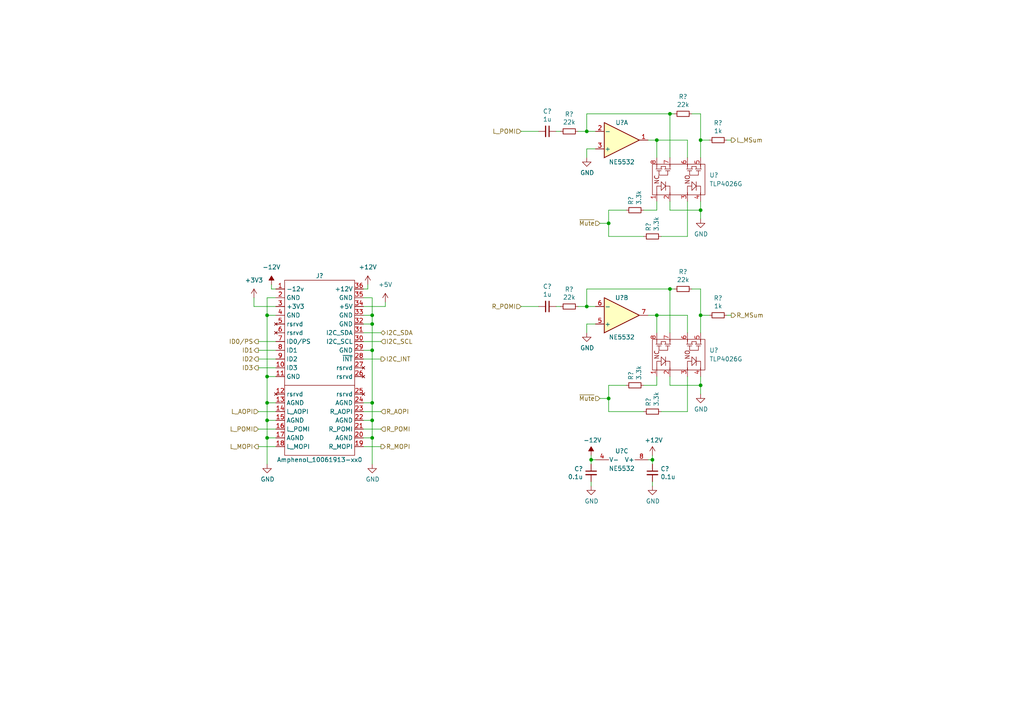
<source format=kicad_sch>
(kicad_sch (version 20230121) (generator eeschema)
  (paper "A4")
  (lib_symbols
    (symbol "Device:C_Small" (pin_numbers hide) (pin_names (offset 0.254) hide)
      (property "Reference" "C" (at 0.254 1.778 0))
      (property "Value" "C_Small" (at 0.254 -2.032 0))
      (symbol "C_Small_0_1"
        (polyline (pts (xy -1.524 -0.508) (xy 1.524 -0.508)) (stroke (width 0.3302)))
        (polyline (pts (xy -1.524 0.508) (xy 1.524 0.508)) (stroke (width 0.3048)))
      )
      (symbol "C_Small_1_1"
        (pin passive line (at 0 2.54 270) (length 2.032) (name "~") (number "1"))
        (pin passive line (at 0 -2.54 90) (length 2.032) (name "~") (number "2"))
      )
    )
    (symbol "Device:R_Small" (pin_numbers hide) (pin_names (offset 0.254) hide)
      (property "Reference" "R" (at 0.762 0.508 0))
      (property "Value" "R_Small" (at 0.762 -1.016 0))
      (symbol "R_Small_0_1"
        (rectangle (start -0.762 1.778) (end 0.762 -1.778) (stroke (width 0.2032)))
      )
      (symbol "R_Small_1_1"
        (pin passive line (at 0 2.54 270) (length 0.762) (name "~") (number "1"))
        (pin passive line (at 0 -2.54 90) (length 0.762) (name "~") (number "2"))
      )
    )
    (symbol "power:+12V" (power) (pin_names (offset 0))
      (property "Value" "+12V" (at 0 3.556 0))
      (symbol "+12V_0_1"
        (polyline (pts (xy -0.762 1.27) (xy 0 2.54)))
        (polyline (pts (xy 0 0) (xy 0 2.54)))
        (polyline (pts (xy 0 2.54) (xy 0.762 1.27)))
      )
      (symbol "+12V_1_1"
        (pin power_in line (at 0 0 90) (length 0) hide (name "+12V") (number "1"))
      )
    )
    (symbol "power:+3V3" (power) (pin_names (offset 0))
      (property "Value" "+3V3" (at 0 3.556 0))
      (symbol "+3V3_0_1"
        (polyline (pts (xy -0.762 1.27) (xy 0 2.54)))
        (polyline (pts (xy 0 0) (xy 0 2.54)))
        (polyline (pts (xy 0 2.54) (xy 0.762 1.27)))
      )
      (symbol "+3V3_1_1"
        (pin power_in line (at 0 0 90) (length 0) hide (name "+3V3") (number "1"))
      )
    )
    (symbol "power:+5V" (power) (pin_names (offset 0))
      (property "Value" "+5V" (at 0 3.556 0))
      (symbol "+5V_0_1"
        (polyline (pts (xy -0.762 1.27) (xy 0 2.54)))
        (polyline (pts (xy 0 0) (xy 0 2.54)))
        (polyline (pts (xy 0 2.54) (xy 0.762 1.27)))
      )
      (symbol "+5V_1_1"
        (pin power_in line (at 0 0 90) (length 0) hide (name "+5V") (number "1"))
      )
    )
    (symbol "power:-12V" (power) (pin_names (offset 0))
      (property "Value" "-12V" (at 0 3.81 0))
      (symbol "-12V_0_0"
        (pin power_in line (at 0 0 90) (length 0) hide (name "-12V") (number "1"))
      )
      (symbol "-12V_0_1"
        (polyline (pts (xy 0 0) (xy 0 1.27) (xy 0.762 1.27) (xy 0 2.54) (xy -0.762 1.27) (xy 0 1.27)) (fill (type outline)))
      )
    )
    (symbol "power:GND" (power) (pin_names (offset 0))
      (property "Value" "GND" (at 0 -3.81 0))
      (symbol "GND_0_1"
        (polyline (pts (xy 0 0) (xy 0 -1.27) (xy 1.27 -1.27) (xy 0 -2.54) (xy -1.27 -1.27) (xy 0 -1.27)))
      )
      (symbol "GND_1_1"
        (pin power_in line (at 0 0 270) (length 0) hide (name "GND") (number "1"))
      )
    )
    (symbol "silver-box-modular:Amphenol_10061913-xx0"
      (property "Reference" "J" (at 0 2.54 0))
      (property "Value" "Amphenol_10061913-xx0" (at 0 -50.8 0))
      (symbol "Amphenol_10061913-xx0_0_1"
        (rectangle (start -10.16 1.27) (end 10.16 -49.53))
        (polyline (pts (xy 10.16 -29.21) (xy -10.16 -29.21)))
      )
      (symbol "Amphenol_10061913-xx0_1_1"
        (pin power_out line (at -12.7 -1.27 0) (length 2.54) (name "-12v") (number "1"))
        (pin passive line (at -12.7 -24.13 0) (length 2.54) (name "ID3") (number "10"))
        (pin power_in line (at -12.7 -26.67 0) (length 2.54) (name "GND") (number "11"))
        (pin no_connect line (at -12.7 -31.75 0) (length 2.54) (name "rsrvd") (number "12"))
        (pin power_in line (at -12.7 -34.29 0) (length 2.54) (name "AGND") (number "13"))
        (pin passive line (at -12.7 -36.83 0) (length 2.54) (name "L_AOPI") (number "14"))
        (pin power_in line (at -12.7 -39.37 0) (length 2.54) (name "AGND") (number "15"))
        (pin passive line (at -12.7 -41.91 0) (length 2.54) (name "L_POMI") (number "16"))
        (pin power_in line (at -12.7 -44.45 0) (length 2.54) (name "AGND") (number "17"))
        (pin passive line (at -12.7 -46.99 0) (length 2.54) (name "L_MOPI") (number "18"))
        (pin passive line (at 12.7 -46.99 180) (length 2.54) (name "R_MOPI") (number "19"))
        (pin power_in line (at -12.7 -3.81 0) (length 2.54) (name "GND") (number "2"))
        (pin power_in line (at 12.7 -44.45 180) (length 2.54) (name "AGND") (number "20"))
        (pin passive line (at 12.7 -41.91 180) (length 2.54) (name "R_POMI") (number "21"))
        (pin power_in line (at 12.7 -39.37 180) (length 2.54) (name "AGND") (number "22"))
        (pin passive line (at 12.7 -36.83 180) (length 2.54) (name "R_AOPI") (number "23"))
        (pin power_in line (at 12.7 -34.29 180) (length 2.54) (name "AGND") (number "24"))
        (pin no_connect line (at 12.7 -31.75 180) (length 2.54) (name "rsrvd") (number "25"))
        (pin no_connect line (at 12.7 -26.67 180) (length 2.54) (name "rsrvd") (number "26"))
        (pin no_connect line (at 12.7 -24.13 180) (length 2.54) (name "rsrvd") (number "27"))
        (pin passive line (at 12.7 -21.59 180) (length 2.54) (name "~{INT}") (number "28"))
        (pin power_in line (at 12.7 -19.05 180) (length 2.54) (name "GND") (number "29"))
        (pin power_out line (at -12.7 -6.35 0) (length 2.54) (name "+3V3") (number "3"))
        (pin passive line (at 12.7 -16.51 180) (length 2.54) (name "I2C_SCL") (number "30"))
        (pin passive line (at 12.7 -13.97 180) (length 2.54) (name "I2C_SDA") (number "31"))
        (pin power_in line (at 12.7 -11.43 180) (length 2.54) (name "GND") (number "32"))
        (pin power_in line (at 12.7 -8.89 180) (length 2.54) (name "GND") (number "33"))
        (pin power_out line (at 12.7 -6.35 180) (length 2.54) (name "+5V") (number "34"))
        (pin power_in line (at 12.7 -3.81 180) (length 2.54) (name "GND") (number "35"))
        (pin power_out line (at 12.7 -1.27 180) (length 2.54) (name "+12V") (number "36"))
        (pin power_in line (at -12.7 -8.89 0) (length 2.54) (name "GND") (number "4"))
        (pin no_connect line (at -12.7 -11.43 0) (length 2.54) (name "rsrvd") (number "5"))
        (pin no_connect line (at -12.7 -13.97 0) (length 2.54) (name "rsrvd") (number "6"))
        (pin passive line (at -12.7 -16.51 0) (length 2.54) (name "ID0/PS") (number "7"))
        (pin passive line (at -12.7 -19.05 0) (length 2.54) (name "ID1") (number "8"))
        (pin passive line (at -12.7 -21.59 0) (length 2.54) (name "ID2") (number "9"))
      )
    )
    (symbol "silver-box-modular:NE5532" (pin_names (offset 0.127))
      (property "Reference" "U3" (at 0 5.08 0))
      (property "Value" "NE5532" (at 0 -6.35 0))
      (symbol "NE5532_1_1"
        (polyline (pts (xy -5.08 5.08) (xy 5.08 0) (xy -5.08 -5.08) (xy -5.08 5.08)) (stroke (width 0.254)) (fill (type background)))
        (pin output line (at 7.62 0 180) (length 2.54) (name "~") (number "1"))
        (pin input line (at -7.62 -2.54 0) (length 2.54) (name "-") (number "2"))
        (pin input line (at -7.62 2.54 0) (length 2.54) (name "+") (number "3"))
      )
      (symbol "NE5532_2_1"
        (polyline (pts (xy -5.08 5.08) (xy 5.08 0) (xy -5.08 -5.08) (xy -5.08 5.08)) (stroke (width 0.254)) (fill (type background)))
        (pin input line (at -7.62 2.54 0) (length 2.54) (name "+") (number "5"))
        (pin input line (at -7.62 -2.54 0) (length 2.54) (name "-") (number "6"))
        (pin output line (at 7.62 0 180) (length 2.54) (name "~") (number "7"))
      )
      (symbol "NE5532_3_1"
        (pin power_in line (at -2.54 -7.62 90) (length 3.81) (name "V-") (number "4"))
        (pin power_in line (at -2.54 7.62 270) (length 3.81) (name "V+") (number "8"))
      )
    )
    (symbol "silver-box-modular:TLP4026G" (pin_names (offset 1.016))
      (property "Reference" "U" (at 0 8.89 0))
      (property "Value" "TLP4026G" (at 0 -8.89 0))
      (symbol "TLP4026G_0_0"
        (text "NC" (at 0 6.35 0) (effects (font (size 1.27 1.27))))
        (text "NO" (at 0 -2.54 0) (effects (font (size 1.27 1.27))))
      )
      (symbol "TLP4026G_0_1"
        (rectangle (start -4.445 7.62) (end 4.445 -7.62))
        (polyline (pts (xy -3.175 -5.08) (xy -0.635 -5.08)))
        (polyline (pts (xy -3.175 3.81) (xy -0.635 3.81)))
        (polyline (pts (xy 2.54 -2.54) (xy 2.54 -3.81)))
        (polyline (pts (xy 2.54 6.35) (xy 2.54 5.08)))
        (polyline (pts (xy 3.048 -4.826) (xy 3.048 -6.604)))
        (polyline (pts (xy 3.048 -4.064) (xy 3.048 -2.286)))
        (polyline (pts (xy 3.048 4.064) (xy 3.048 2.286)))
        (polyline (pts (xy 3.048 4.826) (xy 3.048 6.604)))
        (polyline (pts (xy 3.175 -6.35) (xy 4.445 -6.35)))
        (polyline (pts (xy 3.175 -2.54) (xy 4.445 -2.54)))
        (polyline (pts (xy 3.175 2.54) (xy 4.445 2.54)))
        (polyline (pts (xy 3.175 6.35) (xy 4.445 6.35)))
        (polyline (pts (xy -1.905 -5.08) (xy -1.905 -6.35) (xy -4.445 -6.35)))
        (polyline (pts (xy -1.905 3.81) (xy -1.905 2.54) (xy -4.445 2.54)))
        (polyline (pts (xy 3.175 -5.08) (xy 3.81 -5.08) (xy 3.81 -3.81) (xy 3.175 -3.81)))
        (polyline (pts (xy 3.175 3.81) (xy 3.81 3.81) (xy 3.81 5.08) (xy 3.175 5.08)))
        (polyline (pts (xy 2.54 -3.175) (xy 1.27 -3.175) (xy 1.27 -5.715) (xy 2.54 -5.715) (xy 2.54 -5.08) (xy 2.54 -6.35)))
        (polyline (pts (xy 2.54 5.715) (xy 1.27 5.715) (xy 1.27 3.175) (xy 2.54 3.175) (xy 2.54 3.81) (xy 2.54 2.54)))
        (polyline (pts (xy -4.445 -2.54) (xy -1.905 -2.54) (xy -1.905 -3.81) (xy -3.175 -3.81) (xy -1.905 -5.08) (xy -0.635 -3.81) (xy -1.905 -3.81)))
        (polyline (pts (xy -4.445 6.35) (xy -1.905 6.35) (xy -1.905 5.08) (xy -3.175 5.08) (xy -1.905 3.81) (xy -0.635 5.08) (xy -1.905 5.08)))
      )
      (symbol "TLP4026G_1_1"
        (pin passive line (at -6.35 6.35 0) (length 2.54) (name "~") (number "1"))
        (pin passive line (at -6.35 2.54 0) (length 2.54) (name "~") (number "2"))
        (pin passive line (at -6.35 -2.54 0) (length 2.54) (name "~") (number "3"))
        (pin passive line (at -6.35 -6.35 0) (length 2.54) (name "~") (number "4"))
        (pin passive line (at 6.35 -6.35 180) (length 2.54) (name "~") (number "5"))
        (pin passive line (at 6.35 -2.54 180) (length 2.54) (name "~") (number "6"))
        (pin passive line (at 6.35 2.54 180) (length 2.54) (name "~") (number "7"))
        (pin passive line (at 6.35 6.35 180) (length 2.54) (name "~") (number "8"))
      )
    )
  )
  (junction (at 171.45 133.35) (diameter 0.9144))
  (junction (at 203.2 111.76) (diameter 0.9144))
  (junction (at 77.47 109.22))
  (junction (at 107.95 101.6))
  (junction (at 107.95 91.44))
  (junction (at 107.95 93.98))
  (junction (at 77.47 121.92) (diameter 0.9144))
  (junction (at 176.53 64.77) (diameter 0.9144))
  (junction (at 194.31 33.02) (diameter 0.9144))
  (junction (at 176.53 115.57) (diameter 0.9144))
  (junction (at 107.95 116.84))
  (junction (at 77.47 127) (diameter 0.9144))
  (junction (at 170.18 38.1) (diameter 0.9144))
  (junction (at 190.5 91.44) (diameter 0.9144))
  (junction (at 77.47 116.84))
  (junction (at 190.5 40.64) (diameter 0.9144))
  (junction (at 107.95 127) (diameter 0.9144))
  (junction (at 194.31 83.82) (diameter 0.9144))
  (junction (at 77.47 91.44))
  (junction (at 170.18 88.9) (diameter 0.9144))
  (junction (at 203.2 60.96) (diameter 0.9144))
  (junction (at 203.2 91.44) (diameter 0.9144))
  (junction (at 107.95 121.92))
  (junction (at 189.23 133.35) (diameter 0.9144))
  (junction (at 203.2 40.64) (diameter 0.9144))
  (wire (pts (xy 105.41 127) (xy 107.95 127)))
  (wire (pts (xy 105.41 93.98) (xy 107.95 93.98)))
  (wire (pts (xy 77.47 121.92) (xy 77.47 127)))
  (wire (pts (xy 210.82 40.64) (xy 212.09 40.64)))
  (wire (pts (xy 170.18 45.72) (xy 170.18 43.18)))
  (wire (pts (xy 171.45 132.08) (xy 171.45 133.35)))
  (wire (pts (xy 203.2 111.76) (xy 203.2 114.3)))
  (wire (pts (xy 194.31 96.52) (xy 194.31 83.82)))
  (wire (pts (xy 199.39 91.44) (xy 199.39 96.52)))
  (wire (pts (xy 203.2 91.44) (xy 205.74 91.44)))
  (wire (pts (xy 176.53 115.57) (xy 176.53 119.38)))
  (wire (pts (xy 78.74 83.82) (xy 78.74 82.55)))
  (wire (pts (xy 210.82 91.44) (xy 212.09 91.44)))
  (wire (pts (xy 106.68 83.82) (xy 105.41 83.82)))
  (wire (pts (xy 194.31 109.22) (xy 194.31 111.76)))
  (wire (pts (xy 189.23 133.35) (xy 189.23 132.08)))
  (wire (pts (xy 199.39 68.58) (xy 199.39 58.42)))
  (wire (pts (xy 74.93 99.06) (xy 80.01 99.06)))
  (wire (pts (xy 171.45 134.62) (xy 171.45 133.35)))
  (wire (pts (xy 203.2 40.64) (xy 205.74 40.64)))
  (wire (pts (xy 105.41 129.54) (xy 110.49 129.54)))
  (wire (pts (xy 187.96 40.64) (xy 190.5 40.64)))
  (wire (pts (xy 161.29 38.1) (xy 162.56 38.1)))
  (wire (pts (xy 189.23 134.62) (xy 189.23 133.35)))
  (wire (pts (xy 191.77 119.38) (xy 199.39 119.38)))
  (wire (pts (xy 173.99 64.77) (xy 176.53 64.77)))
  (wire (pts (xy 194.31 111.76) (xy 203.2 111.76)))
  (wire (pts (xy 187.96 133.35) (xy 189.23 133.35)))
  (wire (pts (xy 194.31 83.82) (xy 195.58 83.82)))
  (wire (pts (xy 190.5 91.44) (xy 190.5 96.52)))
  (wire (pts (xy 191.77 68.58) (xy 199.39 68.58)))
  (wire (pts (xy 74.93 106.68) (xy 80.01 106.68)))
  (wire (pts (xy 194.31 33.02) (xy 195.58 33.02)))
  (wire (pts (xy 194.31 83.82) (xy 170.18 83.82)))
  (wire (pts (xy 186.69 60.96) (xy 190.5 60.96)))
  (wire (pts (xy 77.47 127) (xy 77.47 134.62)))
  (wire (pts (xy 107.95 86.36) (xy 107.95 91.44)))
  (wire (pts (xy 176.53 119.38) (xy 186.69 119.38)))
  (wire (pts (xy 77.47 91.44) (xy 80.01 91.44)))
  (wire (pts (xy 176.53 68.58) (xy 186.69 68.58)))
  (wire (pts (xy 194.31 45.72) (xy 194.31 33.02)))
  (wire (pts (xy 170.18 38.1) (xy 172.72 38.1)))
  (wire (pts (xy 189.23 140.97) (xy 189.23 139.7)))
  (wire (pts (xy 173.99 115.57) (xy 176.53 115.57)))
  (wire (pts (xy 77.47 109.22) (xy 77.47 116.84)))
  (wire (pts (xy 107.95 91.44) (xy 107.95 93.98)))
  (wire (pts (xy 105.41 86.36) (xy 107.95 86.36)))
  (wire (pts (xy 80.01 127) (xy 77.47 127)))
  (wire (pts (xy 170.18 43.18) (xy 172.72 43.18)))
  (wire (pts (xy 176.53 60.96) (xy 181.61 60.96)))
  (wire (pts (xy 199.39 40.64) (xy 190.5 40.64)))
  (wire (pts (xy 190.5 111.76) (xy 190.5 109.22)))
  (wire (pts (xy 170.18 83.82) (xy 170.18 88.9)))
  (wire (pts (xy 151.13 88.9) (xy 156.21 88.9)))
  (wire (pts (xy 190.5 40.64) (xy 190.5 45.72)))
  (wire (pts (xy 203.2 40.64) (xy 203.2 45.72)))
  (wire (pts (xy 107.95 127) (xy 107.95 134.62)))
  (wire (pts (xy 170.18 33.02) (xy 170.18 38.1)))
  (wire (pts (xy 194.31 58.42) (xy 194.31 60.96)))
  (wire (pts (xy 105.41 88.9) (xy 111.76 88.9)))
  (wire (pts (xy 73.66 88.9) (xy 80.01 88.9)))
  (wire (pts (xy 74.93 101.6) (xy 80.01 101.6)))
  (wire (pts (xy 199.39 40.64) (xy 199.39 45.72)))
  (wire (pts (xy 203.2 111.76) (xy 203.2 109.22)))
  (wire (pts (xy 105.41 99.06) (xy 110.49 99.06)))
  (wire (pts (xy 107.95 121.92) (xy 105.41 121.92)))
  (wire (pts (xy 80.01 119.38) (xy 74.93 119.38)))
  (wire (pts (xy 203.2 83.82) (xy 203.2 91.44)))
  (wire (pts (xy 176.53 115.57) (xy 176.53 111.76)))
  (wire (pts (xy 171.45 133.35) (xy 172.72 133.35)))
  (wire (pts (xy 203.2 91.44) (xy 203.2 96.52)))
  (wire (pts (xy 199.39 119.38) (xy 199.39 109.22)))
  (wire (pts (xy 107.95 116.84) (xy 105.41 116.84)))
  (wire (pts (xy 73.66 86.36) (xy 73.66 88.9)))
  (wire (pts (xy 200.66 33.02) (xy 203.2 33.02)))
  (wire (pts (xy 194.31 60.96) (xy 203.2 60.96)))
  (wire (pts (xy 105.41 96.52) (xy 110.49 96.52)))
  (wire (pts (xy 167.64 88.9) (xy 170.18 88.9)))
  (wire (pts (xy 203.2 33.02) (xy 203.2 40.64)))
  (wire (pts (xy 107.95 127) (xy 107.95 121.92)))
  (wire (pts (xy 167.64 38.1) (xy 170.18 38.1)))
  (wire (pts (xy 176.53 64.77) (xy 176.53 60.96)))
  (wire (pts (xy 170.18 88.9) (xy 172.72 88.9)))
  (wire (pts (xy 77.47 91.44) (xy 77.47 109.22)))
  (wire (pts (xy 77.47 116.84) (xy 77.47 121.92)))
  (wire (pts (xy 187.96 91.44) (xy 190.5 91.44)))
  (wire (pts (xy 170.18 96.52) (xy 170.18 93.98)))
  (wire (pts (xy 151.13 38.1) (xy 156.21 38.1)))
  (wire (pts (xy 107.95 93.98) (xy 107.95 101.6)))
  (wire (pts (xy 105.41 91.44) (xy 107.95 91.44)))
  (wire (pts (xy 77.47 86.36) (xy 77.47 91.44)))
  (wire (pts (xy 80.01 83.82) (xy 78.74 83.82)))
  (wire (pts (xy 80.01 116.84) (xy 77.47 116.84)))
  (wire (pts (xy 105.41 124.46) (xy 110.49 124.46)))
  (wire (pts (xy 171.45 140.97) (xy 171.45 139.7)))
  (wire (pts (xy 200.66 83.82) (xy 203.2 83.82)))
  (wire (pts (xy 203.2 60.96) (xy 203.2 63.5)))
  (wire (pts (xy 105.41 104.14) (xy 110.49 104.14)))
  (wire (pts (xy 74.93 104.14) (xy 80.01 104.14)))
  (wire (pts (xy 74.93 124.46) (xy 80.01 124.46)))
  (wire (pts (xy 107.95 121.92) (xy 107.95 116.84)))
  (wire (pts (xy 105.41 119.38) (xy 110.49 119.38)))
  (wire (pts (xy 77.47 121.92) (xy 80.01 121.92)))
  (wire (pts (xy 106.68 82.55) (xy 106.68 83.82)))
  (wire (pts (xy 161.29 88.9) (xy 162.56 88.9)))
  (wire (pts (xy 77.47 109.22) (xy 80.01 109.22)))
  (wire (pts (xy 105.41 101.6) (xy 107.95 101.6)))
  (wire (pts (xy 107.95 101.6) (xy 107.95 116.84)))
  (wire (pts (xy 199.39 91.44) (xy 190.5 91.44)))
  (wire (pts (xy 190.5 60.96) (xy 190.5 58.42)))
  (wire (pts (xy 80.01 129.54) (xy 74.93 129.54)))
  (wire (pts (xy 111.76 87.63) (xy 111.76 88.9)))
  (wire (pts (xy 80.01 86.36) (xy 77.47 86.36)))
  (wire (pts (xy 170.18 93.98) (xy 172.72 93.98)))
  (wire (pts (xy 203.2 60.96) (xy 203.2 58.42)))
  (wire (pts (xy 176.53 111.76) (xy 181.61 111.76)))
  (wire (pts (xy 176.53 64.77) (xy 176.53 68.58)))
  (wire (pts (xy 194.31 33.02) (xy 170.18 33.02)))
  (wire (pts (xy 186.69 111.76) (xy 190.5 111.76)))
  (hierarchical_label "I2C_SDA" (shape bidirectional) (at 110.49 96.52 0))
  (hierarchical_label "R_MSum" (shape output) (at 212.09 91.44 0))
  (hierarchical_label "ID1" (shape output) (at 74.93 101.6 180))
  (hierarchical_label "R_POMI" (shape input) (at 151.13 88.9 180))
  (hierarchical_label "L_MOPI" (shape output) (at 74.93 129.54 180))
  (hierarchical_label "I2C_SCL" (shape input) (at 110.49 99.06 0))
  (hierarchical_label "~{Mute}" (shape input) (at 173.99 64.77 180))
  (hierarchical_label "L_POMI" (shape input) (at 74.93 124.46 180))
  (hierarchical_label "L_AOPI" (shape input) (at 74.93 119.38 180))
  (hierarchical_label "R_MOPI" (shape output) (at 110.49 129.54 0))
  (hierarchical_label "R_POMI" (shape input) (at 110.49 124.46 0))
  (hierarchical_label "~{Mute}" (shape input) (at 173.99 115.57 180))
  (hierarchical_label "ID2" (shape output) (at 74.93 104.14 180))
  (hierarchical_label "ID3" (shape output) (at 74.93 106.68 180))
  (hierarchical_label "L_POMI" (shape input) (at 151.13 38.1 180))
  (hierarchical_label "I2C_INT" (shape output) (at 110.49 104.14 0))
  (hierarchical_label "L_MSum" (shape output) (at 212.09 40.64 0))
  (hierarchical_label "ID0{slash}PS" (shape output) (at 74.93 99.06 180))
  (hierarchical_label "R_AOPI" (shape input) (at 110.49 119.38 0))
  (symbol (lib_id "silver-box-modular:NE5532") (at 180.34 40.64 0) (mirror x) (unit 1)
    (property "Reference" "U?" (at 180.34 35.56 0))
    (property "Value" "NE5532" (at 180.34 46.99 0))
    (property "Footprint" "silver-box-feetprints:NE5532 SOIC8" (effects hide))
    (property "Datasheet" "http://www.ti.com/lit/ds/symlink/ne5532.pdf" (effects hide))
    (property "MPN" "NE5532ADR" (effects hide))
    (property "Manufacturer" "TI" (effects hide))
  )
  (symbol (lib_id "silver-box-modular:NE5532") (at 180.34 135.89 270) (unit 3)
    (property "Reference" "U?" (at 180.34 130.81 90))
    (property "Value" "NE5532" (at 180.34 135.89 90))
    (property "Footprint" "silver-box-feetprints:NE5532 SOIC8" (effects hide))
    (property "Datasheet" "http://www.ti.com/lit/ds/symlink/ne5532.pdf" (effects hide))
    (property "MPN" "NE5532ADR" (effects hide))
    (property "Manufacturer" "TI" (effects hide))
  )
  (symbol (lib_id "Device:R_Small") (at 165.1 38.1 270) (unit 1)
    (property "Reference" "R?" (at 165.1 33.1216 90))
    (property "Value" "22k" (at 165.1 35.433 90))
    (property "Footprint" "Resistor_SMD:R_0603_1608Metric_Pad0.98x0.95mm_HandSolder" (effects hide))
    (property "notes" "Thin Film" (effects hide))
    (property "MPN" "RT0603FRE0722KL" (effects hide))
    (property "Manufacturer" "Yageo" (effects hide))
  )
  (symbol (lib_id "Device:C_Small") (at 158.75 38.1 270) (unit 1)
    (property "Reference" "C?" (at 158.75 32.2834 90))
    (property "Value" "1u" (at 158.75 34.5948 90))
    (property "Footprint" "Capacitor_SMD:C_2220_5650Metric_Pad1.97x5.40mm_HandSolder" (effects hide))
    (property "MPN" "GRM55DR72E105KW01L" (effects hide))
    (property "Manufacturer" "Murata" (effects hide))
  )
  (symbol (lib_id "Device:R_Small") (at 198.12 33.02 270) (unit 1)
    (property "Reference" "R?" (at 198.12 28.0416 90))
    (property "Value" "22k" (at 198.12 30.353 90))
    (property "Footprint" "Resistor_SMD:R_0603_1608Metric_Pad0.98x0.95mm_HandSolder" (effects hide))
    (property "notes" "Thin Film" (effects hide))
    (property "MPN" "RT0603FRE0722KL" (effects hide))
    (property "Manufacturer" "Yageo" (effects hide))
  )
  (symbol (lib_id "Device:R_Small") (at 208.28 40.64 270) (unit 1)
    (property "Reference" "R?" (at 208.28 35.6616 90))
    (property "Value" "1k" (at 208.28 37.973 90))
    (property "Footprint" "Resistor_SMD:R_0603_1608Metric_Pad0.98x0.95mm_HandSolder" (effects hide))
    (property "notes" "Thin Film" (effects hide))
    (property "MPN" "RT0603FRE071KL" (effects hide))
    (property "Manufacturer" "Yageo" (effects hide))
  )
  (symbol (lib_id "power:GND") (at 170.18 45.72 0) (unit 1)
    (property "Reference" "#PWR?" (effects hide))
    (property "Value" "GND" (at 170.307 50.1142 0))
  )
  (symbol (lib_id "power:+12V") (at 189.23 132.08 0) (unit 1)
    (property "Reference" "#PWR?" (effects hide))
    (property "Value" "+12V" (at 189.611 127.6858 0))
  )
  (symbol (lib_id "power:-12V") (at 171.45 132.08 0) (unit 1)
    (property "Reference" "#PWR?" (effects hide))
    (property "Value" "-12V" (at 171.831 127.6858 0))
  )
  (symbol (lib_id "Device:C_Small") (at 171.45 137.16 0) (mirror y) (unit 1)
    (property "Reference" "C?" (at 169.1132 135.9916 0) (effects (justify left)))
    (property "Value" "0.1u" (at 169.1132 138.303 0) (effects (justify left)))
    (property "Footprint" "Capacitor_SMD:C_0603_1608Metric_Pad1.08x0.95mm_HandSolder" (effects hide))
    (property "MPN" "C0603C104M5RACTU" (effects hide))
    (property "Manufacturer" "KEMET " (effects hide))
  )
  (symbol (lib_id "Device:C_Small") (at 189.23 137.16 0) (unit 1)
    (property "Reference" "C?" (at 191.5668 135.9916 0) (effects (justify left)))
    (property "Value" "0.1u" (at 191.5668 138.303 0) (effects (justify left)))
    (property "Footprint" "Capacitor_SMD:C_0603_1608Metric_Pad1.08x0.95mm_HandSolder" (effects hide))
    (property "MPN" "C0603C104M5RACTU" (effects hide))
    (property "Manufacturer" "KEMET " (effects hide))
  )
  (symbol (lib_id "power:GND") (at 171.45 140.97 0) (unit 1)
    (property "Reference" "#PWR?" (effects hide))
    (property "Value" "GND" (at 171.577 145.3642 0))
  )
  (symbol (lib_id "power:GND") (at 189.23 140.97 0) (unit 1)
    (property "Reference" "#PWR?" (effects hide))
    (property "Value" "GND" (at 189.357 145.3642 0))
  )
  (symbol (lib_id "Device:R_Small") (at 184.15 60.96 270) (unit 1)
    (property "Reference" "R?" (at 182.9816 59.4614 0) (effects (justify right)))
    (property "Value" "3.3k" (at 185.293 59.4614 0) (effects (justify right)))
    (property "Footprint" "Resistor_SMD:R_0603_1608Metric_Pad0.98x0.95mm_HandSolder" (effects hide))
    (property "MPN" "RC0603FR-073K3L" (effects hide))
    (property "Manufacturer" "Yageo" (effects hide))
  )
  (symbol (lib_id "Device:R_Small") (at 189.23 68.58 270) (unit 1)
    (property "Reference" "R?" (at 188.0616 67.0814 0) (effects (justify right)))
    (property "Value" "3.3k" (at 190.373 67.0814 0) (effects (justify right)))
    (property "Footprint" "Resistor_SMD:R_0603_1608Metric_Pad0.98x0.95mm_HandSolder" (effects hide))
    (property "MPN" "RC0603FR-073K3L" (effects hide))
    (property "Manufacturer" "Yageo" (effects hide))
  )
  (symbol (lib_id "power:GND") (at 203.2 63.5 0) (unit 1)
    (property "Reference" "#PWR?" (effects hide))
    (property "Value" "GND" (at 203.327 67.8942 0))
  )
  (symbol (lib_id "power:GND") (at 107.95 134.62 0) (unit 1)
    (property "Reference" "#PWR?" (effects hide))
    (property "Value" "GND" (at 108.077 139.0142 0))
  )
  (symbol (lib_id "power:GND") (at 77.47 134.62 0) (unit 1)
    (property "Reference" "#PWR?" (effects hide))
    (property "Value" "GND" (at 77.597 139.0142 0))
  )
  (symbol (lib_id "silver-box-modular:NE5532") (at 180.34 91.44 0) (mirror x) (unit 2)
    (property "Reference" "U?" (at 180.34 86.36 0))
    (property "Value" "NE5532" (at 180.34 97.79 0))
    (property "Footprint" "silver-box-feetprints:NE5532 SOIC8" (effects hide))
    (property "Datasheet" "http://www.ti.com/lit/ds/symlink/ne5532.pdf" (effects hide))
    (property "MPN" "NE5532ADR" (effects hide))
    (property "Manufacturer" "TI" (effects hide))
  )
  (symbol (lib_id "Device:R_Small") (at 165.1 88.9 270) (unit 1)
    (property "Reference" "R?" (at 165.1 83.9216 90))
    (property "Value" "22k" (at 165.1 86.233 90))
    (property "Footprint" "Resistor_SMD:R_0603_1608Metric_Pad0.98x0.95mm_HandSolder" (effects hide))
    (property "notes" "Thin Film" (effects hide))
    (property "MPN" "RT0603FRE0722KL" (effects hide))
    (property "Manufacturer" "Yageo" (effects hide))
  )
  (symbol (lib_id "Device:C_Small") (at 158.75 88.9 270) (unit 1)
    (property "Reference" "C?" (at 158.75 83.0834 90))
    (property "Value" "1u" (at 158.75 85.3948 90))
    (property "Footprint" "Capacitor_SMD:C_2220_5650Metric_Pad1.97x5.40mm_HandSolder" (effects hide))
    (property "MPN" "GRM55DR72E105KW01L" (effects hide))
    (property "Manufacturer" "Murata" (effects hide))
  )
  (symbol (lib_id "Device:R_Small") (at 198.12 83.82 270) (unit 1)
    (property "Reference" "R?" (at 198.12 78.8416 90))
    (property "Value" "22k" (at 198.12 81.153 90))
    (property "Footprint" "Resistor_SMD:R_0603_1608Metric_Pad0.98x0.95mm_HandSolder" (effects hide))
    (property "notes" "Thin Film" (effects hide))
    (property "MPN" "RT0603FRE0722KL" (effects hide))
    (property "Manufacturer" "Yageo" (effects hide))
  )
  (symbol (lib_id "Device:R_Small") (at 208.28 91.44 270) (unit 1)
    (property "Reference" "R?" (at 208.28 86.4616 90))
    (property "Value" "1k" (at 208.28 88.773 90))
    (property "Footprint" "Resistor_SMD:R_0603_1608Metric_Pad0.98x0.95mm_HandSolder" (effects hide))
    (property "notes" "Thin Film" (effects hide))
    (property "MPN" "RT0603FRE071KL" (effects hide))
    (property "Manufacturer" "Yageo" (effects hide))
  )
  (symbol (lib_id "power:GND") (at 170.18 96.52 0) (unit 1)
    (property "Reference" "#PWR?" (effects hide))
    (property "Value" "GND" (at 170.307 100.9142 0))
  )
  (symbol (lib_id "Device:R_Small") (at 184.15 111.76 270) (unit 1)
    (property "Reference" "R?" (at 182.9816 110.2614 0) (effects (justify right)))
    (property "Value" "3.3k" (at 185.293 110.2614 0) (effects (justify right)))
    (property "Footprint" "Resistor_SMD:R_0603_1608Metric_Pad0.98x0.95mm_HandSolder" (effects hide))
    (property "MPN" "RC0603FR-073K3L" (effects hide))
    (property "Manufacturer" "Yageo" (effects hide))
  )
  (symbol (lib_id "Device:R_Small") (at 189.23 119.38 270) (unit 1)
    (property "Reference" "R?" (at 188.0616 117.8814 0) (effects (justify right)))
    (property "Value" "3.3k" (at 190.373 117.8814 0) (effects (justify right)))
    (property "Footprint" "Resistor_SMD:R_0603_1608Metric_Pad0.98x0.95mm_HandSolder" (effects hide))
    (property "MPN" "RC0603FR-073K3L" (effects hide))
    (property "Manufacturer" "Yageo" (effects hide))
  )
  (symbol (lib_id "power:GND") (at 203.2 114.3 0) (unit 1)
    (property "Reference" "#PWR?" (effects hide))
    (property "Value" "GND" (at 203.327 118.6942 0))
  )
  (symbol (lib_id "silver-box-modular:TLP4026G") (at 196.85 52.07 90) (unit 1)
    (property "Reference" "U?" (at 205.74 50.7999 90) (effects (justify right)))
    (property "Value" "TLP4026G" (at 205.74 53.3399 90) (effects (justify right)))
    (property "Footprint" "silver-box-feetprints:TLP4026G" (effects hide))
    (property "MPN" "CPC2317NTR" (effects hide))
    (property "Manufacturer" "IXYS" (effects hide))
  )
  (symbol (lib_id "power:+3V3") (at 73.66 86.36 0) (unit 1)
    (property "Reference" "#PWR?" (effects hide))
    (property "Value" "+3V3" (at 73.66 81.28 0))
  )
  (symbol (lib_id "power:-12V") (at 78.74 82.55 0) (unit 1)
    (property "Reference" "#PWR?" (effects hide))
    (property "Value" "-12V" (at 78.74 77.47 0))
  )
  (symbol (lib_id "silver-box-modular:Amphenol_10061913-xx0") (at 92.71 82.55 0) (unit 1)
    (property "Reference" "J?" (at 92.71 80.01 0))
    (property "Value" "Amphenol_10061913-xx0" (at 92.71 133.35 0))
    (property "Footprint" "silver-box-feetprints:Card Edge Conn Amphenol 10061913-100PLF" (effects hide))
    (property "MPN" "10061913-110PLF" (effects hide))
    (property "Manufacturer" "Amphenol" (effects hide))
  )
  (symbol (lib_id "power:+5V") (at 111.76 87.63 0) (unit 1)
    (property "Reference" "#PWR?" (effects hide))
    (property "Value" "+5V" (at 111.76 82.55 0))
  )
  (symbol (lib_id "silver-box-modular:TLP4026G") (at 196.85 102.87 90) (unit 1)
    (property "Reference" "U?" (at 205.74 101.5999 90) (effects (justify right)))
    (property "Value" "TLP4026G" (at 205.74 104.1399 90) (effects (justify right)))
    (property "Footprint" "silver-box-feetprints:TLP4026G" (effects hide))
    (property "MPN" "CPC2317NTR" (effects hide))
    (property "Manufacturer" "IXYS" (effects hide))
  )
  (symbol (lib_id "power:+12V") (at 106.68 82.55 0) (unit 1)
    (property "Reference" "#PWR?" (effects hide))
    (property "Value" "+12V" (at 106.68 77.47 0))
  )
)
</source>
